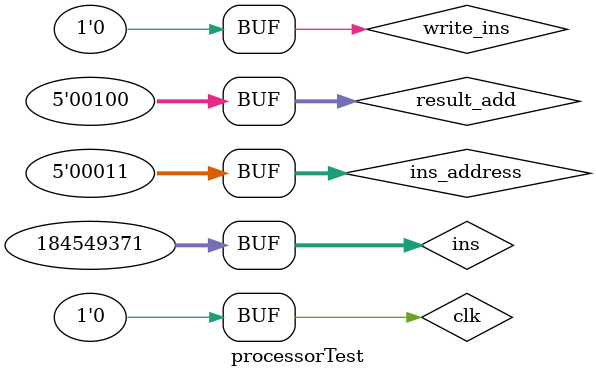
<source format=v>
`timescale 1ns / 1ps


module processorTest;

	// Inputs
	reg clk;
	reg write_ins;
	reg [4:0] ins_address;
	reg [31:0] ins;
	
	reg [4:0] result_add;

	// Outputs
	wire [31:0] resultado_out;

	// Instantiate the Unit Under Test (UUT)
	ARMProcessor uut (
		.clk(clk), 
		.write_ins(write_ins), 
		.ins_address(ins_address), 
		.ins(ins), 
		.result_add(result_add), 
		.resultado_out(resultado_out)
	);

	initial begin
		// Initialize Inputs
		clk = 0;
		write_ins = 0;
		ins_address = 0;
		ins = 0;
		result_add = 4;

		// Wait 100 ns for global reset to finish
		#100;
        
		// Add stimulus here
		#10; write_ins = 0; ins_address = 0; ins = 32'b11110010100000000000000000000100;//ADD $0, $0, 4
		#10; write_ins = 1;									//CONDopIcmd_S_Rn__Rd_/Rot/Immedia
		#10; write_ins = 0; ins_address = 1; ins = 32'b11110010100000000001000000001000;//ADD $1, $0, 8
		#10; write_ins = 1;									//CONDopIcmd_S_Rn__Rd_/Rot/Immedia
		#10; write_ins = 0; ins_address = 1; ins = 32'b11110010010100000011000000000100;//SUBS $3, $0, 4
		#10; write_ins = 1;									//CONDopIcmd_S_Rn__Rd_/Rot/Immedia
		#10; write_ins = 0; ins_address = 2; ins = 32'b11110110000000010000000000000000;//STR $1, $0, 0
		#10; write_ins = 1;									//CONDopI**B*L_Rn__Rd_/Immediate__
		#10; write_ins = 0; ins_address = 3; ins = 32'b00001010111111111111111111111011;//BEQ 0
		#10; write_ins = 1;									//CONDop1L_______Immediate________
		#10; write_ins = 0;
		#10; clk = 1;
		#10; clk = 0;
		#10; clk = 1;
		#10; clk = 0;
		#10; clk = 1;
		#10; clk = 0;
		#10; clk = 1;
		#10; clk = 0;
		#10; clk = 1;
		#10; clk = 0;
		#10; clk = 1;
		#10; clk = 0;
		#10; clk = 1;
		#10; clk = 0;

	end
      
endmodule


</source>
